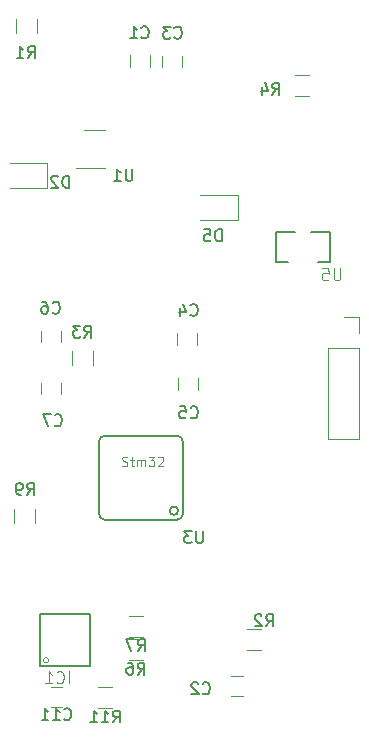
<source format=gbr>
G04 #@! TF.GenerationSoftware,KiCad,Pcbnew,5.1.6-c6e7f7d~87~ubuntu18.04.1*
G04 #@! TF.CreationDate,2021-04-09T16:44:34+05:30*
G04 #@! TF.ProjectId,Sensor_pcb_v4,53656e73-6f72-45f7-9063-625f76342e6b,rev?*
G04 #@! TF.SameCoordinates,Original*
G04 #@! TF.FileFunction,Legend,Bot*
G04 #@! TF.FilePolarity,Positive*
%FSLAX46Y46*%
G04 Gerber Fmt 4.6, Leading zero omitted, Abs format (unit mm)*
G04 Created by KiCad (PCBNEW 5.1.6-c6e7f7d~87~ubuntu18.04.1) date 2021-04-09 16:44:34*
%MOMM*%
%LPD*%
G01*
G04 APERTURE LIST*
%ADD10C,0.100000*%
%ADD11C,0.010000*%
%ADD12C,0.152400*%
%ADD13C,0.150000*%
%ADD14C,0.120000*%
%ADD15C,0.127000*%
%ADD16C,0.015000*%
G04 APERTURE END LIST*
D10*
X36705759Y-58682849D02*
X36820044Y-58720944D01*
X37010520Y-58720944D01*
X37086711Y-58682849D01*
X37124806Y-58644754D01*
X37162901Y-58568563D01*
X37162901Y-58492373D01*
X37124806Y-58416182D01*
X37086711Y-58378087D01*
X37010520Y-58339992D01*
X36858140Y-58301897D01*
X36781949Y-58263801D01*
X36743854Y-58225706D01*
X36705759Y-58149516D01*
X36705759Y-58073325D01*
X36743854Y-57997135D01*
X36781949Y-57959040D01*
X36858140Y-57920944D01*
X37048616Y-57920944D01*
X37162901Y-57959040D01*
X37391473Y-58187611D02*
X37696235Y-58187611D01*
X37505759Y-57920944D02*
X37505759Y-58606659D01*
X37543854Y-58682849D01*
X37620044Y-58720944D01*
X37696235Y-58720944D01*
X37962901Y-58720944D02*
X37962901Y-58187611D01*
X37962901Y-58263801D02*
X38000997Y-58225706D01*
X38077187Y-58187611D01*
X38191473Y-58187611D01*
X38267663Y-58225706D01*
X38305759Y-58301897D01*
X38305759Y-58720944D01*
X38305759Y-58301897D02*
X38343854Y-58225706D01*
X38420044Y-58187611D01*
X38534330Y-58187611D01*
X38610520Y-58225706D01*
X38648616Y-58301897D01*
X38648616Y-58720944D01*
X38953378Y-57920944D02*
X39448616Y-57920944D01*
X39181949Y-58225706D01*
X39296235Y-58225706D01*
X39372425Y-58263801D01*
X39410520Y-58301897D01*
X39448616Y-58378087D01*
X39448616Y-58568563D01*
X39410520Y-58644754D01*
X39372425Y-58682849D01*
X39296235Y-58720944D01*
X39067663Y-58720944D01*
X38991473Y-58682849D01*
X38953378Y-58644754D01*
X39753378Y-57997135D02*
X39791473Y-57959040D01*
X39867663Y-57920944D01*
X40058140Y-57920944D01*
X40134330Y-57959040D01*
X40172425Y-57997135D01*
X40210520Y-58073325D01*
X40210520Y-58149516D01*
X40172425Y-58263801D01*
X39715282Y-58720944D01*
X40210520Y-58720944D01*
D11*
G36*
X53279400Y-38943700D02*
G01*
X53779400Y-38943700D01*
X53779400Y-38803700D01*
X53279400Y-38803700D01*
X53279400Y-38943700D01*
G37*
X53279400Y-38943700D02*
X53779400Y-38943700D01*
X53779400Y-38803700D01*
X53279400Y-38803700D01*
X53279400Y-38943700D01*
G36*
X50279400Y-38943700D02*
G01*
X50779400Y-38943700D01*
X50779400Y-38803700D01*
X50279400Y-38803700D01*
X50279400Y-38943700D01*
G37*
X50279400Y-38943700D02*
X50779400Y-38943700D01*
X50779400Y-38803700D01*
X50279400Y-38803700D01*
X50279400Y-38943700D01*
D12*
X53309400Y-41443700D02*
X54279400Y-41443700D01*
X49779400Y-41443700D02*
X50749400Y-41443700D01*
X49779400Y-38943700D02*
X49779400Y-41443700D01*
X49779400Y-38943700D02*
X51349400Y-38943700D01*
X52709400Y-38943700D02*
X54279400Y-38943700D01*
X54279400Y-41443700D02*
X54279400Y-38943700D01*
D13*
X41346100Y-63263800D02*
X35250100Y-63263800D01*
X34742100Y-62755800D02*
X34742100Y-56659800D01*
X35250100Y-56151800D02*
X41346100Y-56151800D01*
X41854100Y-56659800D02*
X41854100Y-62755800D01*
X41451310Y-62501800D02*
G75*
G03*
X41451310Y-62501800I-359210J0D01*
G01*
X34742100Y-56659800D02*
G75*
G02*
X35250100Y-56151800I508000J0D01*
G01*
X35250100Y-63263800D02*
G75*
G02*
X34742100Y-62755800I0J508000D01*
G01*
X41346100Y-56151800D02*
G75*
G02*
X41854100Y-56659800I0J-508000D01*
G01*
X41854100Y-62755800D02*
G75*
G02*
X41346100Y-63263800I-508000J0D01*
G01*
D14*
X29307700Y-63569100D02*
X29307700Y-62369100D01*
X27547700Y-62369100D02*
X27547700Y-63569100D01*
X30373700Y-35157000D02*
X27173700Y-35157000D01*
X27173700Y-33037000D02*
X30373700Y-33037000D01*
X30373700Y-33037000D02*
X30373700Y-35157000D01*
X56803600Y-46145100D02*
X55473600Y-46145100D01*
X56803600Y-47475100D02*
X56803600Y-46145100D01*
X56803600Y-48745100D02*
X54143600Y-48745100D01*
X54143600Y-48745100D02*
X54143600Y-56425100D01*
X56803600Y-48745100D02*
X56803600Y-56425100D01*
X56803600Y-56425100D02*
X54143600Y-56425100D01*
X46943900Y-78205700D02*
X45943900Y-78205700D01*
X45943900Y-76505700D02*
X46943900Y-76505700D01*
X41377500Y-48447600D02*
X41377500Y-47447600D01*
X43077500Y-47447600D02*
X43077500Y-48447600D01*
X43146100Y-51305800D02*
X43146100Y-52305800D01*
X41446100Y-52305800D02*
X41446100Y-51305800D01*
X31573800Y-47252000D02*
X31573800Y-48252000D01*
X29873800Y-48252000D02*
X29873800Y-47252000D01*
X31528100Y-51658900D02*
X31528100Y-52658900D01*
X29828100Y-52658900D02*
X29828100Y-51658900D01*
X37407500Y-24947500D02*
X37407500Y-23947500D01*
X39107500Y-23947500D02*
X39107500Y-24947500D01*
X40064300Y-24969600D02*
X40064300Y-23969600D01*
X41764300Y-23969600D02*
X41764300Y-24969600D01*
X47271400Y-74298700D02*
X48471400Y-74298700D01*
X48471400Y-72538700D02*
X47271400Y-72538700D01*
X34220000Y-50198600D02*
X34220000Y-48998600D01*
X32460000Y-48998600D02*
X32460000Y-50198600D01*
X27758500Y-20840100D02*
X27758500Y-22040100D01*
X29518500Y-22040100D02*
X29518500Y-20840100D01*
X52525200Y-25609700D02*
X51325200Y-25609700D01*
X51325200Y-27369700D02*
X52525200Y-27369700D01*
X35271300Y-33520000D02*
X32821300Y-33520000D01*
X33471300Y-30300000D02*
X35271300Y-30300000D01*
X46495100Y-37874800D02*
X43295100Y-37874800D01*
X43295100Y-35754800D02*
X46495100Y-35754800D01*
X46495100Y-35754800D02*
X46495100Y-37874800D01*
X30648000Y-77430300D02*
X31648000Y-77430300D01*
X31648000Y-79130300D02*
X30648000Y-79130300D01*
D15*
X29771900Y-75674600D02*
X29771900Y-71274600D01*
X29771900Y-71274600D02*
X33971900Y-71274600D01*
X33971900Y-71274600D02*
X33971900Y-75674600D01*
X33971900Y-75674600D02*
X29771900Y-75674600D01*
D10*
X30495506Y-75174600D02*
G75*
G03*
X30495506Y-75174600I-223606J0D01*
G01*
D14*
X38461200Y-73394700D02*
X37261200Y-73394700D01*
X37261200Y-75154700D02*
X38461200Y-75154700D01*
X37266300Y-73163300D02*
X38466300Y-73163300D01*
X38466300Y-71403300D02*
X37266300Y-71403300D01*
X34675500Y-79211100D02*
X35875500Y-79211100D01*
X35875500Y-77451100D02*
X34675500Y-77451100D01*
D16*
X55186524Y-41984340D02*
X55186524Y-42793864D01*
X55138905Y-42889102D01*
X55091286Y-42936721D01*
X54996048Y-42984340D01*
X54805572Y-42984340D01*
X54710334Y-42936721D01*
X54662715Y-42889102D01*
X54615096Y-42793864D01*
X54615096Y-41984340D01*
X53662715Y-41984340D02*
X54138905Y-41984340D01*
X54186524Y-42460531D01*
X54138905Y-42412912D01*
X54043667Y-42365293D01*
X53805572Y-42365293D01*
X53710334Y-42412912D01*
X53662715Y-42460531D01*
X53615096Y-42555769D01*
X53615096Y-42793864D01*
X53662715Y-42889102D01*
X53710334Y-42936721D01*
X53805572Y-42984340D01*
X54043667Y-42984340D01*
X54138905Y-42936721D01*
X54186524Y-42889102D01*
D13*
X43548184Y-64227480D02*
X43548184Y-65037004D01*
X43500565Y-65132242D01*
X43452946Y-65179861D01*
X43357708Y-65227480D01*
X43167232Y-65227480D01*
X43071994Y-65179861D01*
X43024375Y-65132242D01*
X42976756Y-65037004D01*
X42976756Y-64227480D01*
X42595803Y-64227480D02*
X41976756Y-64227480D01*
X42310089Y-64608433D01*
X42167232Y-64608433D01*
X42071994Y-64656052D01*
X42024375Y-64703671D01*
X41976756Y-64798909D01*
X41976756Y-65037004D01*
X42024375Y-65132242D01*
X42071994Y-65179861D01*
X42167232Y-65227480D01*
X42452946Y-65227480D01*
X42548184Y-65179861D01*
X42595803Y-65132242D01*
X28657866Y-61155800D02*
X28991200Y-60679610D01*
X29229295Y-61155800D02*
X29229295Y-60155800D01*
X28848342Y-60155800D01*
X28753104Y-60203420D01*
X28705485Y-60251039D01*
X28657866Y-60346277D01*
X28657866Y-60489134D01*
X28705485Y-60584372D01*
X28753104Y-60631991D01*
X28848342Y-60679610D01*
X29229295Y-60679610D01*
X28181676Y-61155800D02*
X27991200Y-61155800D01*
X27895961Y-61108181D01*
X27848342Y-61060562D01*
X27753104Y-60917705D01*
X27705485Y-60727229D01*
X27705485Y-60346277D01*
X27753104Y-60251039D01*
X27800723Y-60203420D01*
X27895961Y-60155800D01*
X28086438Y-60155800D01*
X28181676Y-60203420D01*
X28229295Y-60251039D01*
X28276914Y-60346277D01*
X28276914Y-60584372D01*
X28229295Y-60679610D01*
X28181676Y-60727229D01*
X28086438Y-60774848D01*
X27895961Y-60774848D01*
X27800723Y-60727229D01*
X27753104Y-60679610D01*
X27705485Y-60584372D01*
X32218875Y-35156440D02*
X32218875Y-34156440D01*
X31980780Y-34156440D01*
X31837922Y-34204060D01*
X31742684Y-34299298D01*
X31695065Y-34394536D01*
X31647446Y-34585012D01*
X31647446Y-34727869D01*
X31695065Y-34918345D01*
X31742684Y-35013583D01*
X31837922Y-35108821D01*
X31980780Y-35156440D01*
X32218875Y-35156440D01*
X31266494Y-34251679D02*
X31218875Y-34204060D01*
X31123637Y-34156440D01*
X30885541Y-34156440D01*
X30790303Y-34204060D01*
X30742684Y-34251679D01*
X30695065Y-34346917D01*
X30695065Y-34442155D01*
X30742684Y-34585012D01*
X31314113Y-35156440D01*
X30695065Y-35156440D01*
X43521926Y-77946522D02*
X43569545Y-77994141D01*
X43712402Y-78041760D01*
X43807640Y-78041760D01*
X43950498Y-77994141D01*
X44045736Y-77898903D01*
X44093355Y-77803665D01*
X44140974Y-77613189D01*
X44140974Y-77470332D01*
X44093355Y-77279856D01*
X44045736Y-77184618D01*
X43950498Y-77089380D01*
X43807640Y-77041760D01*
X43712402Y-77041760D01*
X43569545Y-77089380D01*
X43521926Y-77136999D01*
X43140974Y-77136999D02*
X43093355Y-77089380D01*
X42998117Y-77041760D01*
X42760021Y-77041760D01*
X42664783Y-77089380D01*
X42617164Y-77136999D01*
X42569545Y-77232237D01*
X42569545Y-77327475D01*
X42617164Y-77470332D01*
X43188593Y-78041760D01*
X42569545Y-78041760D01*
X42498306Y-45914602D02*
X42545925Y-45962221D01*
X42688782Y-46009840D01*
X42784020Y-46009840D01*
X42926878Y-45962221D01*
X43022116Y-45866983D01*
X43069735Y-45771745D01*
X43117354Y-45581269D01*
X43117354Y-45438412D01*
X43069735Y-45247936D01*
X43022116Y-45152698D01*
X42926878Y-45057460D01*
X42784020Y-45009840D01*
X42688782Y-45009840D01*
X42545925Y-45057460D01*
X42498306Y-45105079D01*
X41641163Y-45343174D02*
X41641163Y-46009840D01*
X41879259Y-44962221D02*
X42117354Y-45676507D01*
X41498306Y-45676507D01*
X42498326Y-54578482D02*
X42545945Y-54626101D01*
X42688802Y-54673720D01*
X42784040Y-54673720D01*
X42926898Y-54626101D01*
X43022136Y-54530863D01*
X43069755Y-54435625D01*
X43117374Y-54245149D01*
X43117374Y-54102292D01*
X43069755Y-53911816D01*
X43022136Y-53816578D01*
X42926898Y-53721340D01*
X42784040Y-53673720D01*
X42688802Y-53673720D01*
X42545945Y-53721340D01*
X42498326Y-53768959D01*
X41593564Y-53673720D02*
X42069755Y-53673720D01*
X42117374Y-54149911D01*
X42069755Y-54102292D01*
X41974517Y-54054673D01*
X41736421Y-54054673D01*
X41641183Y-54102292D01*
X41593564Y-54149911D01*
X41545945Y-54245149D01*
X41545945Y-54483244D01*
X41593564Y-54578482D01*
X41641183Y-54626101D01*
X41736421Y-54673720D01*
X41974517Y-54673720D01*
X42069755Y-54626101D01*
X42117374Y-54578482D01*
X30816806Y-45721542D02*
X30864425Y-45769161D01*
X31007282Y-45816780D01*
X31102520Y-45816780D01*
X31245378Y-45769161D01*
X31340616Y-45673923D01*
X31388235Y-45578685D01*
X31435854Y-45388209D01*
X31435854Y-45245352D01*
X31388235Y-45054876D01*
X31340616Y-44959638D01*
X31245378Y-44864400D01*
X31102520Y-44816780D01*
X31007282Y-44816780D01*
X30864425Y-44864400D01*
X30816806Y-44912019D01*
X29959663Y-44816780D02*
X30150140Y-44816780D01*
X30245378Y-44864400D01*
X30292997Y-44912019D01*
X30388235Y-45054876D01*
X30435854Y-45245352D01*
X30435854Y-45626304D01*
X30388235Y-45721542D01*
X30340616Y-45769161D01*
X30245378Y-45816780D01*
X30054901Y-45816780D01*
X29959663Y-45769161D01*
X29912044Y-45721542D01*
X29864425Y-45626304D01*
X29864425Y-45388209D01*
X29912044Y-45292971D01*
X29959663Y-45245352D01*
X30054901Y-45197733D01*
X30245378Y-45197733D01*
X30340616Y-45245352D01*
X30388235Y-45292971D01*
X30435854Y-45388209D01*
X30999706Y-55251622D02*
X31047325Y-55299241D01*
X31190182Y-55346860D01*
X31285420Y-55346860D01*
X31428278Y-55299241D01*
X31523516Y-55204003D01*
X31571135Y-55108765D01*
X31618754Y-54918289D01*
X31618754Y-54775432D01*
X31571135Y-54584956D01*
X31523516Y-54489718D01*
X31428278Y-54394480D01*
X31285420Y-54346860D01*
X31190182Y-54346860D01*
X31047325Y-54394480D01*
X30999706Y-54442099D01*
X30666373Y-54346860D02*
X29999706Y-54346860D01*
X30428278Y-55346860D01*
X38342886Y-22411962D02*
X38390505Y-22459581D01*
X38533362Y-22507200D01*
X38628600Y-22507200D01*
X38771458Y-22459581D01*
X38866696Y-22364343D01*
X38914315Y-22269105D01*
X38961934Y-22078629D01*
X38961934Y-21935772D01*
X38914315Y-21745296D01*
X38866696Y-21650058D01*
X38771458Y-21554820D01*
X38628600Y-21507200D01*
X38533362Y-21507200D01*
X38390505Y-21554820D01*
X38342886Y-21602439D01*
X37390505Y-22507200D02*
X37961934Y-22507200D01*
X37676220Y-22507200D02*
X37676220Y-21507200D01*
X37771458Y-21650058D01*
X37866696Y-21745296D01*
X37961934Y-21792915D01*
X41139386Y-22437362D02*
X41187005Y-22484981D01*
X41329862Y-22532600D01*
X41425100Y-22532600D01*
X41567958Y-22484981D01*
X41663196Y-22389743D01*
X41710815Y-22294505D01*
X41758434Y-22104029D01*
X41758434Y-21961172D01*
X41710815Y-21770696D01*
X41663196Y-21675458D01*
X41567958Y-21580220D01*
X41425100Y-21532600D01*
X41329862Y-21532600D01*
X41187005Y-21580220D01*
X41139386Y-21627839D01*
X40806053Y-21532600D02*
X40187005Y-21532600D01*
X40520339Y-21913553D01*
X40377481Y-21913553D01*
X40282243Y-21961172D01*
X40234624Y-22008791D01*
X40187005Y-22104029D01*
X40187005Y-22342124D01*
X40234624Y-22437362D01*
X40282243Y-22484981D01*
X40377481Y-22532600D01*
X40663196Y-22532600D01*
X40758434Y-22484981D01*
X40806053Y-22437362D01*
X48886426Y-72283580D02*
X49219760Y-71807390D01*
X49457855Y-72283580D02*
X49457855Y-71283580D01*
X49076902Y-71283580D01*
X48981664Y-71331200D01*
X48934045Y-71378819D01*
X48886426Y-71474057D01*
X48886426Y-71616914D01*
X48934045Y-71712152D01*
X48981664Y-71759771D01*
X49076902Y-71807390D01*
X49457855Y-71807390D01*
X48505474Y-71378819D02*
X48457855Y-71331200D01*
X48362617Y-71283580D01*
X48124521Y-71283580D01*
X48029283Y-71331200D01*
X47981664Y-71378819D01*
X47934045Y-71474057D01*
X47934045Y-71569295D01*
X47981664Y-71712152D01*
X48553093Y-72283580D01*
X47934045Y-72283580D01*
X33504126Y-47841180D02*
X33837460Y-47364990D01*
X34075555Y-47841180D02*
X34075555Y-46841180D01*
X33694602Y-46841180D01*
X33599364Y-46888800D01*
X33551745Y-46936419D01*
X33504126Y-47031657D01*
X33504126Y-47174514D01*
X33551745Y-47269752D01*
X33599364Y-47317371D01*
X33694602Y-47364990D01*
X34075555Y-47364990D01*
X33170793Y-46841180D02*
X32551745Y-46841180D01*
X32885079Y-47222133D01*
X32742221Y-47222133D01*
X32646983Y-47269752D01*
X32599364Y-47317371D01*
X32551745Y-47412609D01*
X32551745Y-47650704D01*
X32599364Y-47745942D01*
X32646983Y-47793561D01*
X32742221Y-47841180D01*
X33027936Y-47841180D01*
X33123174Y-47793561D01*
X33170793Y-47745942D01*
X28723886Y-24175940D02*
X29057220Y-23699750D01*
X29295315Y-24175940D02*
X29295315Y-23175940D01*
X28914362Y-23175940D01*
X28819124Y-23223560D01*
X28771505Y-23271179D01*
X28723886Y-23366417D01*
X28723886Y-23509274D01*
X28771505Y-23604512D01*
X28819124Y-23652131D01*
X28914362Y-23699750D01*
X29295315Y-23699750D01*
X27771505Y-24175940D02*
X28342934Y-24175940D01*
X28057220Y-24175940D02*
X28057220Y-23175940D01*
X28152458Y-23318798D01*
X28247696Y-23414036D01*
X28342934Y-23461655D01*
X49440106Y-27279900D02*
X49773440Y-26803710D01*
X50011535Y-27279900D02*
X50011535Y-26279900D01*
X49630582Y-26279900D01*
X49535344Y-26327520D01*
X49487725Y-26375139D01*
X49440106Y-26470377D01*
X49440106Y-26613234D01*
X49487725Y-26708472D01*
X49535344Y-26756091D01*
X49630582Y-26803710D01*
X50011535Y-26803710D01*
X48582963Y-26613234D02*
X48582963Y-27279900D01*
X48821059Y-26232281D02*
X49059154Y-26946567D01*
X48440106Y-26946567D01*
X37586844Y-33564560D02*
X37586844Y-34374084D01*
X37539225Y-34469322D01*
X37491606Y-34516941D01*
X37396368Y-34564560D01*
X37205892Y-34564560D01*
X37110654Y-34516941D01*
X37063035Y-34469322D01*
X37015416Y-34374084D01*
X37015416Y-33564560D01*
X36015416Y-34564560D02*
X36586844Y-34564560D01*
X36301130Y-34564560D02*
X36301130Y-33564560D01*
X36396368Y-33707418D01*
X36491606Y-33802656D01*
X36586844Y-33850275D01*
X45127175Y-39690340D02*
X45127175Y-38690340D01*
X44889080Y-38690340D01*
X44746222Y-38737960D01*
X44650984Y-38833198D01*
X44603365Y-38928436D01*
X44555746Y-39118912D01*
X44555746Y-39261769D01*
X44603365Y-39452245D01*
X44650984Y-39547483D01*
X44746222Y-39642721D01*
X44889080Y-39690340D01*
X45127175Y-39690340D01*
X43650984Y-38690340D02*
X44127175Y-38690340D01*
X44174794Y-39166531D01*
X44127175Y-39118912D01*
X44031937Y-39071293D01*
X43793841Y-39071293D01*
X43698603Y-39118912D01*
X43650984Y-39166531D01*
X43603365Y-39261769D01*
X43603365Y-39499864D01*
X43650984Y-39595102D01*
X43698603Y-39642721D01*
X43793841Y-39690340D01*
X44031937Y-39690340D01*
X44127175Y-39642721D01*
X44174794Y-39595102D01*
X31790857Y-80137442D02*
X31838476Y-80185061D01*
X31981333Y-80232680D01*
X32076571Y-80232680D01*
X32219428Y-80185061D01*
X32314666Y-80089823D01*
X32362285Y-79994585D01*
X32409904Y-79804109D01*
X32409904Y-79661252D01*
X32362285Y-79470776D01*
X32314666Y-79375538D01*
X32219428Y-79280300D01*
X32076571Y-79232680D01*
X31981333Y-79232680D01*
X31838476Y-79280300D01*
X31790857Y-79327919D01*
X30838476Y-80232680D02*
X31409904Y-80232680D01*
X31124190Y-80232680D02*
X31124190Y-79232680D01*
X31219428Y-79375538D01*
X31314666Y-79470776D01*
X31409904Y-79518395D01*
X29886095Y-80232680D02*
X30457523Y-80232680D01*
X30171809Y-80232680D02*
X30171809Y-79232680D01*
X30267047Y-79375538D01*
X30362285Y-79470776D01*
X30457523Y-79518395D01*
D16*
X32213196Y-77103008D02*
X32213196Y-76102725D01*
X31165281Y-77007743D02*
X31212913Y-77055376D01*
X31355811Y-77103008D01*
X31451076Y-77103008D01*
X31593973Y-77055376D01*
X31689238Y-76960111D01*
X31736871Y-76864846D01*
X31784504Y-76674316D01*
X31784504Y-76531418D01*
X31736871Y-76340888D01*
X31689238Y-76245623D01*
X31593973Y-76150358D01*
X31451076Y-76102725D01*
X31355811Y-76102725D01*
X31212913Y-76150358D01*
X31165281Y-76197991D01*
X30212630Y-77103008D02*
X30784221Y-77103008D01*
X30498425Y-77103008D02*
X30498425Y-76102725D01*
X30593690Y-76245623D01*
X30688955Y-76340888D01*
X30784221Y-76388521D01*
D13*
X38027866Y-76377080D02*
X38361200Y-75900890D01*
X38599295Y-76377080D02*
X38599295Y-75377080D01*
X38218342Y-75377080D01*
X38123104Y-75424700D01*
X38075485Y-75472319D01*
X38027866Y-75567557D01*
X38027866Y-75710414D01*
X38075485Y-75805652D01*
X38123104Y-75853271D01*
X38218342Y-75900890D01*
X38599295Y-75900890D01*
X37170723Y-75377080D02*
X37361200Y-75377080D01*
X37456438Y-75424700D01*
X37504057Y-75472319D01*
X37599295Y-75615176D01*
X37646914Y-75805652D01*
X37646914Y-76186604D01*
X37599295Y-76281842D01*
X37551676Y-76329461D01*
X37456438Y-76377080D01*
X37265961Y-76377080D01*
X37170723Y-76329461D01*
X37123104Y-76281842D01*
X37075485Y-76186604D01*
X37075485Y-75948509D01*
X37123104Y-75853271D01*
X37170723Y-75805652D01*
X37265961Y-75758033D01*
X37456438Y-75758033D01*
X37551676Y-75805652D01*
X37599295Y-75853271D01*
X37646914Y-75948509D01*
X38032966Y-74385680D02*
X38366300Y-73909490D01*
X38604395Y-74385680D02*
X38604395Y-73385680D01*
X38223442Y-73385680D01*
X38128204Y-73433300D01*
X38080585Y-73480919D01*
X38032966Y-73576157D01*
X38032966Y-73719014D01*
X38080585Y-73814252D01*
X38128204Y-73861871D01*
X38223442Y-73909490D01*
X38604395Y-73909490D01*
X37699633Y-73385680D02*
X37032966Y-73385680D01*
X37461538Y-74385680D01*
X35918357Y-80433480D02*
X36251690Y-79957290D01*
X36489785Y-80433480D02*
X36489785Y-79433480D01*
X36108833Y-79433480D01*
X36013595Y-79481100D01*
X35965976Y-79528719D01*
X35918357Y-79623957D01*
X35918357Y-79766814D01*
X35965976Y-79862052D01*
X36013595Y-79909671D01*
X36108833Y-79957290D01*
X36489785Y-79957290D01*
X34965976Y-80433480D02*
X35537404Y-80433480D01*
X35251690Y-80433480D02*
X35251690Y-79433480D01*
X35346928Y-79576338D01*
X35442166Y-79671576D01*
X35537404Y-79719195D01*
X34013595Y-80433480D02*
X34585023Y-80433480D01*
X34299309Y-80433480D02*
X34299309Y-79433480D01*
X34394547Y-79576338D01*
X34489785Y-79671576D01*
X34585023Y-79719195D01*
M02*

</source>
